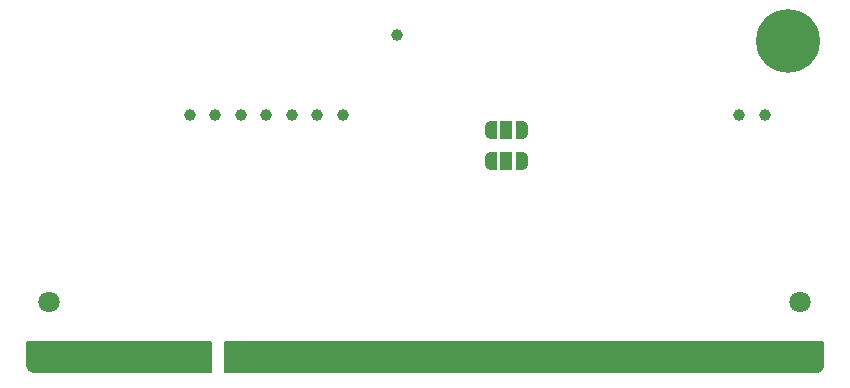
<source format=gbr>
%TF.GenerationSoftware,KiCad,Pcbnew,7.0.8*%
%TF.CreationDate,2024-03-21T14:52:22+01:00*%
%TF.ProjectId,so-dimm-esp32-cm,736f2d64-696d-46d2-9d65-737033322d63,REV.03*%
%TF.SameCoordinates,Original*%
%TF.FileFunction,Soldermask,Bot*%
%TF.FilePolarity,Negative*%
%FSLAX46Y46*%
G04 Gerber Fmt 4.6, Leading zero omitted, Abs format (unit mm)*
G04 Created by KiCad (PCBNEW 7.0.8) date 2024-03-21 14:52:22*
%MOMM*%
%LPD*%
G01*
G04 APERTURE LIST*
G04 Aperture macros list*
%AMFreePoly0*
4,1,19,0.550000,-0.750000,0.000000,-0.750000,0.000000,-0.744911,-0.071157,-0.744911,-0.207708,-0.704816,-0.327430,-0.627875,-0.420627,-0.520320,-0.479746,-0.390866,-0.500000,-0.250000,-0.500000,0.250000,-0.479746,0.390866,-0.420627,0.520320,-0.327430,0.627875,-0.207708,0.704816,-0.071157,0.744911,0.000000,0.744911,0.000000,0.750000,0.550000,0.750000,0.550000,-0.750000,0.550000,-0.750000,
$1*%
%AMFreePoly1*
4,1,19,0.000000,0.744911,0.071157,0.744911,0.207708,0.704816,0.327430,0.627875,0.420627,0.520320,0.479746,0.390866,0.500000,0.250000,0.500000,-0.250000,0.479746,-0.390866,0.420627,-0.520320,0.327430,-0.627875,0.207708,-0.704816,0.071157,-0.744911,0.000000,-0.744911,0.000000,-0.750000,-0.550000,-0.750000,-0.550000,0.750000,0.000000,0.750000,0.000000,0.744911,0.000000,0.744911,
$1*%
G04 Aperture macros list end*
%ADD10C,1.800000*%
%ADD11R,0.450000X2.300000*%
%ADD12C,0.800000*%
%ADD13C,5.400000*%
%ADD14C,1.000000*%
%ADD15FreePoly0,0.000000*%
%ADD16R,1.000000X1.500000*%
%ADD17FreePoly1,0.000000*%
G04 APERTURE END LIST*
D10*
%TO.C,J1*%
X117350000Y-102080000D03*
X180950000Y-102080000D03*
D11*
X117850000Y-106680000D03*
X118450000Y-106680000D03*
X119050000Y-106680000D03*
X119650000Y-106680000D03*
X120250000Y-106680000D03*
X120850000Y-106680000D03*
X121450000Y-106680000D03*
X122050000Y-106680000D03*
X122650000Y-106680000D03*
X123250000Y-106680000D03*
X123850000Y-106680000D03*
X124450000Y-106680000D03*
X125050000Y-106680000D03*
X125650000Y-106680000D03*
X126250000Y-106680000D03*
X126850000Y-106680000D03*
X127450000Y-106680000D03*
X128050000Y-106680000D03*
X128650000Y-106680000D03*
X129250000Y-106680000D03*
X133450000Y-106680000D03*
X134050000Y-106680000D03*
X134650000Y-106680000D03*
X135250000Y-106680000D03*
X135850000Y-106680000D03*
X136450000Y-106680000D03*
X137050000Y-106680000D03*
X137650000Y-106680000D03*
X138250000Y-106680000D03*
X138850000Y-106680000D03*
X139450000Y-106680000D03*
X140050000Y-106680000D03*
X140650000Y-106680000D03*
X141250000Y-106680000D03*
X141850000Y-106680000D03*
X142450000Y-106680000D03*
X143050000Y-106680000D03*
X143650000Y-106680000D03*
X144250000Y-106680000D03*
X144850000Y-106680000D03*
X145450000Y-106680000D03*
X146050000Y-106680000D03*
X146650000Y-106680000D03*
X147250000Y-106680000D03*
X147850000Y-106680000D03*
X148450000Y-106680000D03*
X149050000Y-106680000D03*
X149650000Y-106680000D03*
X150250000Y-106680000D03*
X150850000Y-106680000D03*
X151450000Y-106680000D03*
X152050000Y-106680000D03*
X152650000Y-106680000D03*
X153250000Y-106680000D03*
X153850000Y-106680000D03*
X154450000Y-106680000D03*
X155050000Y-106680000D03*
X155650000Y-106680000D03*
X156250000Y-106680000D03*
X156850000Y-106680000D03*
X157450000Y-106680000D03*
X158050000Y-106680000D03*
X158650000Y-106680000D03*
X159250000Y-106680000D03*
X159850000Y-106680000D03*
X160450000Y-106680000D03*
X161050000Y-106680000D03*
X161650000Y-106680000D03*
X162250000Y-106680000D03*
X162850000Y-106680000D03*
X163450000Y-106680000D03*
X164050000Y-106680000D03*
X164650000Y-106680000D03*
X165250000Y-106680000D03*
X165850000Y-106680000D03*
X166450000Y-106680000D03*
X167050000Y-106680000D03*
X167650000Y-106680000D03*
X168250000Y-106680000D03*
X168850000Y-106680000D03*
X169450000Y-106680000D03*
X170050000Y-106680000D03*
X170650000Y-106680000D03*
X171250000Y-106680000D03*
X171850000Y-106680000D03*
X172450000Y-106680000D03*
X173050000Y-106680000D03*
X173650000Y-106680000D03*
X174250000Y-106680000D03*
X174850000Y-106680000D03*
X175450000Y-106680000D03*
X176050000Y-106680000D03*
X176650000Y-106680000D03*
X177250000Y-106680000D03*
X177850000Y-106680000D03*
X178450000Y-106680000D03*
X179050000Y-106680000D03*
X179650000Y-106680000D03*
X180250000Y-106680000D03*
X180850000Y-106680000D03*
%TD*%
D12*
%TO.C,H1*%
X177899109Y-79975109D03*
X178492218Y-78543218D03*
X178492218Y-81407000D03*
X179924109Y-77950109D03*
D13*
X179924109Y-79975109D03*
D12*
X179924109Y-82000109D03*
X181356000Y-78543218D03*
X181356000Y-81407000D03*
X181949109Y-79975109D03*
%TD*%
D14*
%TO.C,TP4*%
X131445000Y-86233000D03*
%TD*%
%TO.C,TP10*%
X135763000Y-86233000D03*
%TD*%
%TO.C,TP2*%
X146812000Y-79502000D03*
%TD*%
%TO.C,TP13*%
X142240000Y-86233000D03*
%TD*%
%TO.C,TP8*%
X178002257Y-86233000D03*
%TD*%
%TO.C,TP11*%
X137922000Y-86233000D03*
%TD*%
%TO.C,TP6*%
X175768000Y-86233000D03*
%TD*%
%TO.C,TP3*%
X133604000Y-86233000D03*
%TD*%
D15*
%TO.C,JP1*%
X154783000Y-90170000D03*
D16*
X156083000Y-90170000D03*
D17*
X157383000Y-90170000D03*
%TD*%
D15*
%TO.C,JP2*%
X154783000Y-87503000D03*
D16*
X156083000Y-87503000D03*
D17*
X157383000Y-87503000D03*
%TD*%
D14*
%TO.C,TP1*%
X129286000Y-86233000D03*
%TD*%
%TO.C,TP12*%
X140081000Y-86233000D03*
%TD*%
G36*
X131118385Y-105429685D02*
G01*
X131164140Y-105482489D01*
X131175346Y-105534000D01*
X131175346Y-107952990D01*
X131155661Y-108020029D01*
X131102857Y-108065784D01*
X131051335Y-108076990D01*
X116178830Y-108075692D01*
X116171885Y-108075301D01*
X116022493Y-108058463D01*
X115995477Y-108052302D01*
X115863444Y-108006164D01*
X115838446Y-107994142D01*
X115719988Y-107919818D01*
X115698289Y-107902542D01*
X115599315Y-107803747D01*
X115581998Y-107782077D01*
X115507461Y-107663750D01*
X115495395Y-107638774D01*
X115450015Y-107509654D01*
X115443000Y-107468539D01*
X115443000Y-105534000D01*
X115462685Y-105466961D01*
X115515489Y-105421206D01*
X115567000Y-105410000D01*
X131051346Y-105410000D01*
X131118385Y-105429685D01*
G37*
G36*
X182958896Y-105429685D02*
G01*
X183004651Y-105482489D01*
X183015855Y-105533344D01*
X183025327Y-107323347D01*
X183024936Y-107330632D01*
X183008102Y-107479851D01*
X183001941Y-107506860D01*
X182955798Y-107638892D01*
X182943777Y-107663887D01*
X182869454Y-107782340D01*
X182852179Y-107804036D01*
X182753380Y-107903015D01*
X182731712Y-107920331D01*
X182613391Y-107994868D01*
X182588419Y-108006934D01*
X182456490Y-108053309D01*
X182429460Y-108059523D01*
X182280168Y-108076598D01*
X182273117Y-108077000D01*
X132299346Y-108077000D01*
X132232307Y-108057315D01*
X132186552Y-108004511D01*
X132175346Y-107953000D01*
X132175346Y-105534000D01*
X132195031Y-105466961D01*
X132247835Y-105421206D01*
X132299346Y-105410000D01*
X182891857Y-105410000D01*
X182958896Y-105429685D01*
G37*
M02*

</source>
